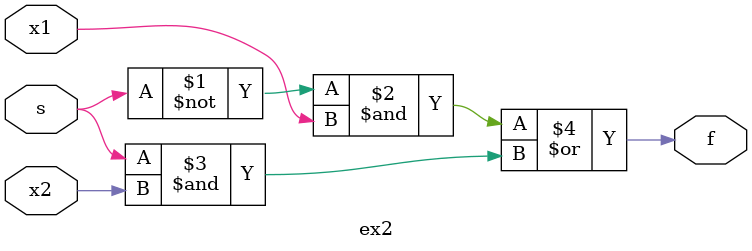
<source format=v>
module ex2 (x1,x2,s,f);
input x1,x2,s;
output f;
assign f=(~s & x1) | (s & x2);
endmodule  
</source>
